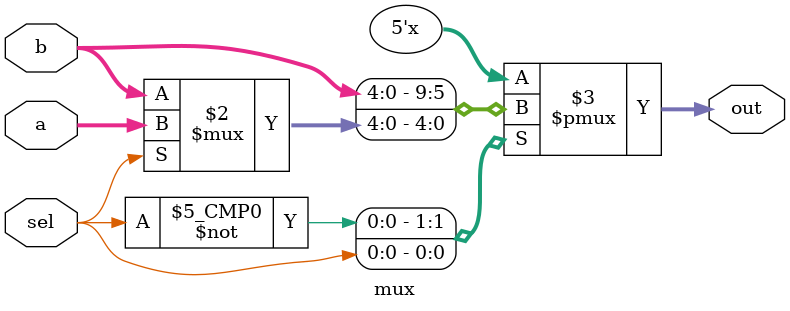
<source format=v>
module mux( 
input [4:0] a, b,
input sel,
output [4:0] out );
// When sel=0, assign a to out. 
// When sel=1, assign b to out.
reg [4:0] out;
//assign out={out[3:0], out[4]};
 
always @(*)
begin
	case (sel)
		0 : out = b;
		1 : out = sel? a : b;
	endcase
end
endmodule

</source>
